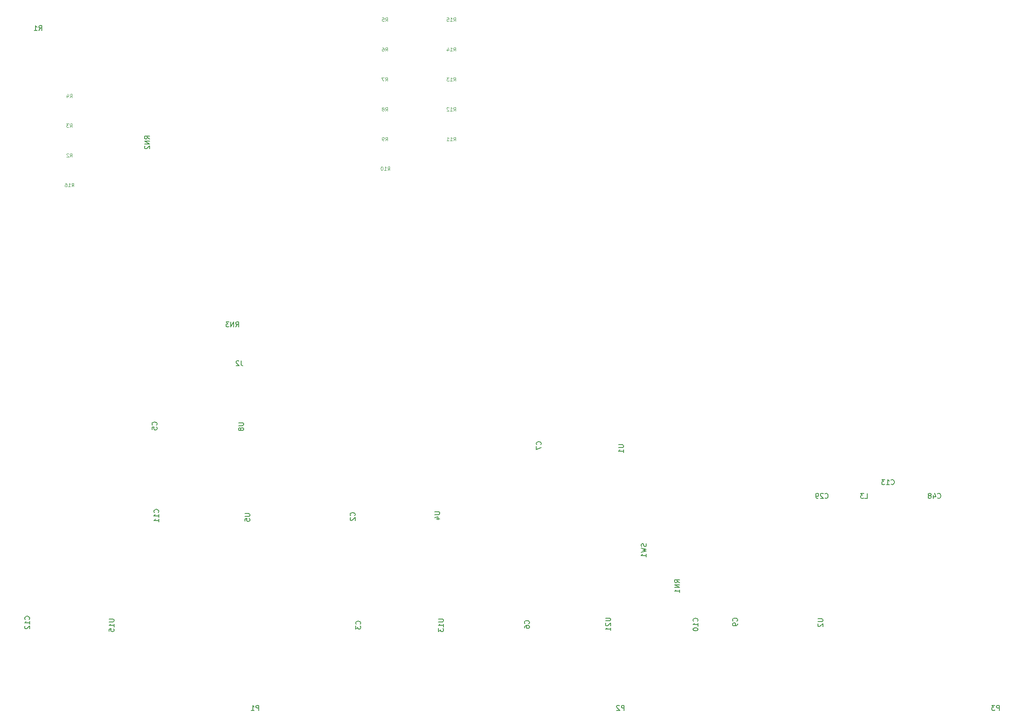
<source format=gbr>
%TF.GenerationSoftware,KiCad,Pcbnew,7.0.1*%
%TF.CreationDate,2024-12-08T14:30:23-06:00*%
%TF.ProjectId,input-output.MappedVideo,696e7075-742d-46f7-9574-7075742e4d61,V0.8*%
%TF.SameCoordinates,Original*%
%TF.FileFunction,Legend,Bot*%
%TF.FilePolarity,Positive*%
%FSLAX46Y46*%
G04 Gerber Fmt 4.6, Leading zero omitted, Abs format (unit mm)*
G04 Created by KiCad (PCBNEW 7.0.1) date 2024-12-08 14:30:23*
%MOMM*%
%LPD*%
G01*
G04 APERTURE LIST*
%ADD10C,0.150000*%
%ADD11C,0.108000*%
G04 APERTURE END LIST*
D10*
%TO.C,C12*%
X66228380Y-208021142D02*
X66276000Y-207973523D01*
X66276000Y-207973523D02*
X66323619Y-207830666D01*
X66323619Y-207830666D02*
X66323619Y-207735428D01*
X66323619Y-207735428D02*
X66276000Y-207592571D01*
X66276000Y-207592571D02*
X66180761Y-207497333D01*
X66180761Y-207497333D02*
X66085523Y-207449714D01*
X66085523Y-207449714D02*
X65895047Y-207402095D01*
X65895047Y-207402095D02*
X65752190Y-207402095D01*
X65752190Y-207402095D02*
X65561714Y-207449714D01*
X65561714Y-207449714D02*
X65466476Y-207497333D01*
X65466476Y-207497333D02*
X65371238Y-207592571D01*
X65371238Y-207592571D02*
X65323619Y-207735428D01*
X65323619Y-207735428D02*
X65323619Y-207830666D01*
X65323619Y-207830666D02*
X65371238Y-207973523D01*
X65371238Y-207973523D02*
X65418857Y-208021142D01*
X66323619Y-208973523D02*
X66323619Y-208402095D01*
X66323619Y-208687809D02*
X65323619Y-208687809D01*
X65323619Y-208687809D02*
X65466476Y-208592571D01*
X65466476Y-208592571D02*
X65561714Y-208497333D01*
X65561714Y-208497333D02*
X65609333Y-208402095D01*
X65418857Y-209354476D02*
X65371238Y-209402095D01*
X65371238Y-209402095D02*
X65323619Y-209497333D01*
X65323619Y-209497333D02*
X65323619Y-209735428D01*
X65323619Y-209735428D02*
X65371238Y-209830666D01*
X65371238Y-209830666D02*
X65418857Y-209878285D01*
X65418857Y-209878285D02*
X65514095Y-209925904D01*
X65514095Y-209925904D02*
X65609333Y-209925904D01*
X65609333Y-209925904D02*
X65752190Y-209878285D01*
X65752190Y-209878285D02*
X66323619Y-209306857D01*
X66323619Y-209306857D02*
X66323619Y-209925904D01*
%TO.C,U8*%
X108630619Y-168151095D02*
X109440142Y-168151095D01*
X109440142Y-168151095D02*
X109535380Y-168198714D01*
X109535380Y-168198714D02*
X109583000Y-168246333D01*
X109583000Y-168246333D02*
X109630619Y-168341571D01*
X109630619Y-168341571D02*
X109630619Y-168532047D01*
X109630619Y-168532047D02*
X109583000Y-168627285D01*
X109583000Y-168627285D02*
X109535380Y-168674904D01*
X109535380Y-168674904D02*
X109440142Y-168722523D01*
X109440142Y-168722523D02*
X108630619Y-168722523D01*
X109059190Y-169341571D02*
X109011571Y-169246333D01*
X109011571Y-169246333D02*
X108963952Y-169198714D01*
X108963952Y-169198714D02*
X108868714Y-169151095D01*
X108868714Y-169151095D02*
X108821095Y-169151095D01*
X108821095Y-169151095D02*
X108725857Y-169198714D01*
X108725857Y-169198714D02*
X108678238Y-169246333D01*
X108678238Y-169246333D02*
X108630619Y-169341571D01*
X108630619Y-169341571D02*
X108630619Y-169532047D01*
X108630619Y-169532047D02*
X108678238Y-169627285D01*
X108678238Y-169627285D02*
X108725857Y-169674904D01*
X108725857Y-169674904D02*
X108821095Y-169722523D01*
X108821095Y-169722523D02*
X108868714Y-169722523D01*
X108868714Y-169722523D02*
X108963952Y-169674904D01*
X108963952Y-169674904D02*
X109011571Y-169627285D01*
X109011571Y-169627285D02*
X109059190Y-169532047D01*
X109059190Y-169532047D02*
X109059190Y-169341571D01*
X109059190Y-169341571D02*
X109106809Y-169246333D01*
X109106809Y-169246333D02*
X109154428Y-169198714D01*
X109154428Y-169198714D02*
X109249666Y-169151095D01*
X109249666Y-169151095D02*
X109440142Y-169151095D01*
X109440142Y-169151095D02*
X109535380Y-169198714D01*
X109535380Y-169198714D02*
X109583000Y-169246333D01*
X109583000Y-169246333D02*
X109630619Y-169341571D01*
X109630619Y-169341571D02*
X109630619Y-169532047D01*
X109630619Y-169532047D02*
X109583000Y-169627285D01*
X109583000Y-169627285D02*
X109535380Y-169674904D01*
X109535380Y-169674904D02*
X109440142Y-169722523D01*
X109440142Y-169722523D02*
X109249666Y-169722523D01*
X109249666Y-169722523D02*
X109154428Y-169674904D01*
X109154428Y-169674904D02*
X109106809Y-169627285D01*
X109106809Y-169627285D02*
X109059190Y-169532047D01*
%TO.C,U5*%
X109900619Y-186566095D02*
X110710142Y-186566095D01*
X110710142Y-186566095D02*
X110805380Y-186613714D01*
X110805380Y-186613714D02*
X110853000Y-186661333D01*
X110853000Y-186661333D02*
X110900619Y-186756571D01*
X110900619Y-186756571D02*
X110900619Y-186947047D01*
X110900619Y-186947047D02*
X110853000Y-187042285D01*
X110853000Y-187042285D02*
X110805380Y-187089904D01*
X110805380Y-187089904D02*
X110710142Y-187137523D01*
X110710142Y-187137523D02*
X109900619Y-187137523D01*
X109900619Y-188089904D02*
X109900619Y-187613714D01*
X109900619Y-187613714D02*
X110376809Y-187566095D01*
X110376809Y-187566095D02*
X110329190Y-187613714D01*
X110329190Y-187613714D02*
X110281571Y-187708952D01*
X110281571Y-187708952D02*
X110281571Y-187947047D01*
X110281571Y-187947047D02*
X110329190Y-188042285D01*
X110329190Y-188042285D02*
X110376809Y-188089904D01*
X110376809Y-188089904D02*
X110472047Y-188137523D01*
X110472047Y-188137523D02*
X110710142Y-188137523D01*
X110710142Y-188137523D02*
X110805380Y-188089904D01*
X110805380Y-188089904D02*
X110853000Y-188042285D01*
X110853000Y-188042285D02*
X110900619Y-187947047D01*
X110900619Y-187947047D02*
X110900619Y-187708952D01*
X110900619Y-187708952D02*
X110853000Y-187613714D01*
X110853000Y-187613714D02*
X110805380Y-187566095D01*
%TO.C,U4*%
X148381619Y-186185095D02*
X149191142Y-186185095D01*
X149191142Y-186185095D02*
X149286380Y-186232714D01*
X149286380Y-186232714D02*
X149334000Y-186280333D01*
X149334000Y-186280333D02*
X149381619Y-186375571D01*
X149381619Y-186375571D02*
X149381619Y-186566047D01*
X149381619Y-186566047D02*
X149334000Y-186661285D01*
X149334000Y-186661285D02*
X149286380Y-186708904D01*
X149286380Y-186708904D02*
X149191142Y-186756523D01*
X149191142Y-186756523D02*
X148381619Y-186756523D01*
X148714952Y-187661285D02*
X149381619Y-187661285D01*
X148334000Y-187423190D02*
X149048285Y-187185095D01*
X149048285Y-187185095D02*
X149048285Y-187804142D01*
%TO.C,U2*%
X225978619Y-207902095D02*
X226788142Y-207902095D01*
X226788142Y-207902095D02*
X226883380Y-207949714D01*
X226883380Y-207949714D02*
X226931000Y-207997333D01*
X226931000Y-207997333D02*
X226978619Y-208092571D01*
X226978619Y-208092571D02*
X226978619Y-208283047D01*
X226978619Y-208283047D02*
X226931000Y-208378285D01*
X226931000Y-208378285D02*
X226883380Y-208425904D01*
X226883380Y-208425904D02*
X226788142Y-208473523D01*
X226788142Y-208473523D02*
X225978619Y-208473523D01*
X226073857Y-208902095D02*
X226026238Y-208949714D01*
X226026238Y-208949714D02*
X225978619Y-209044952D01*
X225978619Y-209044952D02*
X225978619Y-209283047D01*
X225978619Y-209283047D02*
X226026238Y-209378285D01*
X226026238Y-209378285D02*
X226073857Y-209425904D01*
X226073857Y-209425904D02*
X226169095Y-209473523D01*
X226169095Y-209473523D02*
X226264333Y-209473523D01*
X226264333Y-209473523D02*
X226407190Y-209425904D01*
X226407190Y-209425904D02*
X226978619Y-208854476D01*
X226978619Y-208854476D02*
X226978619Y-209473523D01*
%TO.C,U1*%
X185592619Y-172596095D02*
X186402142Y-172596095D01*
X186402142Y-172596095D02*
X186497380Y-172643714D01*
X186497380Y-172643714D02*
X186545000Y-172691333D01*
X186545000Y-172691333D02*
X186592619Y-172786571D01*
X186592619Y-172786571D02*
X186592619Y-172977047D01*
X186592619Y-172977047D02*
X186545000Y-173072285D01*
X186545000Y-173072285D02*
X186497380Y-173119904D01*
X186497380Y-173119904D02*
X186402142Y-173167523D01*
X186402142Y-173167523D02*
X185592619Y-173167523D01*
X186592619Y-174167523D02*
X186592619Y-173596095D01*
X186592619Y-173881809D02*
X185592619Y-173881809D01*
X185592619Y-173881809D02*
X185735476Y-173786571D01*
X185735476Y-173786571D02*
X185830714Y-173691333D01*
X185830714Y-173691333D02*
X185878333Y-173596095D01*
%TO.C,RN3*%
X108080476Y-148674619D02*
X108413809Y-148198428D01*
X108651904Y-148674619D02*
X108651904Y-147674619D01*
X108651904Y-147674619D02*
X108270952Y-147674619D01*
X108270952Y-147674619D02*
X108175714Y-147722238D01*
X108175714Y-147722238D02*
X108128095Y-147769857D01*
X108128095Y-147769857D02*
X108080476Y-147865095D01*
X108080476Y-147865095D02*
X108080476Y-148007952D01*
X108080476Y-148007952D02*
X108128095Y-148103190D01*
X108128095Y-148103190D02*
X108175714Y-148150809D01*
X108175714Y-148150809D02*
X108270952Y-148198428D01*
X108270952Y-148198428D02*
X108651904Y-148198428D01*
X107651904Y-148674619D02*
X107651904Y-147674619D01*
X107651904Y-147674619D02*
X107080476Y-148674619D01*
X107080476Y-148674619D02*
X107080476Y-147674619D01*
X106699523Y-147674619D02*
X106080476Y-147674619D01*
X106080476Y-147674619D02*
X106413809Y-148055571D01*
X106413809Y-148055571D02*
X106270952Y-148055571D01*
X106270952Y-148055571D02*
X106175714Y-148103190D01*
X106175714Y-148103190D02*
X106128095Y-148150809D01*
X106128095Y-148150809D02*
X106080476Y-148246047D01*
X106080476Y-148246047D02*
X106080476Y-148484142D01*
X106080476Y-148484142D02*
X106128095Y-148579380D01*
X106128095Y-148579380D02*
X106175714Y-148627000D01*
X106175714Y-148627000D02*
X106270952Y-148674619D01*
X106270952Y-148674619D02*
X106556666Y-148674619D01*
X106556666Y-148674619D02*
X106651904Y-148627000D01*
X106651904Y-148627000D02*
X106699523Y-148579380D01*
%TO.C,RN2*%
X90580619Y-110564523D02*
X90104428Y-110231190D01*
X90580619Y-109993095D02*
X89580619Y-109993095D01*
X89580619Y-109993095D02*
X89580619Y-110374047D01*
X89580619Y-110374047D02*
X89628238Y-110469285D01*
X89628238Y-110469285D02*
X89675857Y-110516904D01*
X89675857Y-110516904D02*
X89771095Y-110564523D01*
X89771095Y-110564523D02*
X89913952Y-110564523D01*
X89913952Y-110564523D02*
X90009190Y-110516904D01*
X90009190Y-110516904D02*
X90056809Y-110469285D01*
X90056809Y-110469285D02*
X90104428Y-110374047D01*
X90104428Y-110374047D02*
X90104428Y-109993095D01*
X90580619Y-110993095D02*
X89580619Y-110993095D01*
X89580619Y-110993095D02*
X90580619Y-111564523D01*
X90580619Y-111564523D02*
X89580619Y-111564523D01*
X89675857Y-111993095D02*
X89628238Y-112040714D01*
X89628238Y-112040714D02*
X89580619Y-112135952D01*
X89580619Y-112135952D02*
X89580619Y-112374047D01*
X89580619Y-112374047D02*
X89628238Y-112469285D01*
X89628238Y-112469285D02*
X89675857Y-112516904D01*
X89675857Y-112516904D02*
X89771095Y-112564523D01*
X89771095Y-112564523D02*
X89866333Y-112564523D01*
X89866333Y-112564523D02*
X90009190Y-112516904D01*
X90009190Y-112516904D02*
X90580619Y-111945476D01*
X90580619Y-111945476D02*
X90580619Y-112564523D01*
D11*
%TO.C,R16*%
X74832856Y-120270185D02*
X75072856Y-119927328D01*
X75244285Y-120270185D02*
X75244285Y-119550185D01*
X75244285Y-119550185D02*
X74969999Y-119550185D01*
X74969999Y-119550185D02*
X74901428Y-119584471D01*
X74901428Y-119584471D02*
X74867142Y-119618757D01*
X74867142Y-119618757D02*
X74832856Y-119687328D01*
X74832856Y-119687328D02*
X74832856Y-119790185D01*
X74832856Y-119790185D02*
X74867142Y-119858757D01*
X74867142Y-119858757D02*
X74901428Y-119893042D01*
X74901428Y-119893042D02*
X74969999Y-119927328D01*
X74969999Y-119927328D02*
X75244285Y-119927328D01*
X74147142Y-120270185D02*
X74558571Y-120270185D01*
X74352856Y-120270185D02*
X74352856Y-119550185D01*
X74352856Y-119550185D02*
X74421428Y-119653042D01*
X74421428Y-119653042D02*
X74489999Y-119721614D01*
X74489999Y-119721614D02*
X74558571Y-119755900D01*
X73530000Y-119550185D02*
X73667142Y-119550185D01*
X73667142Y-119550185D02*
X73735714Y-119584471D01*
X73735714Y-119584471D02*
X73770000Y-119618757D01*
X73770000Y-119618757D02*
X73838571Y-119721614D01*
X73838571Y-119721614D02*
X73872857Y-119858757D01*
X73872857Y-119858757D02*
X73872857Y-120133042D01*
X73872857Y-120133042D02*
X73838571Y-120201614D01*
X73838571Y-120201614D02*
X73804285Y-120235900D01*
X73804285Y-120235900D02*
X73735714Y-120270185D01*
X73735714Y-120270185D02*
X73598571Y-120270185D01*
X73598571Y-120270185D02*
X73530000Y-120235900D01*
X73530000Y-120235900D02*
X73495714Y-120201614D01*
X73495714Y-120201614D02*
X73461428Y-120133042D01*
X73461428Y-120133042D02*
X73461428Y-119961614D01*
X73461428Y-119961614D02*
X73495714Y-119893042D01*
X73495714Y-119893042D02*
X73530000Y-119858757D01*
X73530000Y-119858757D02*
X73598571Y-119824471D01*
X73598571Y-119824471D02*
X73735714Y-119824471D01*
X73735714Y-119824471D02*
X73804285Y-119858757D01*
X73804285Y-119858757D02*
X73838571Y-119893042D01*
X73838571Y-119893042D02*
X73872857Y-119961614D01*
%TO.C,R15*%
X152175856Y-86696085D02*
X152415856Y-86353228D01*
X152587285Y-86696085D02*
X152587285Y-85976085D01*
X152587285Y-85976085D02*
X152312999Y-85976085D01*
X152312999Y-85976085D02*
X152244428Y-86010371D01*
X152244428Y-86010371D02*
X152210142Y-86044657D01*
X152210142Y-86044657D02*
X152175856Y-86113228D01*
X152175856Y-86113228D02*
X152175856Y-86216085D01*
X152175856Y-86216085D02*
X152210142Y-86284657D01*
X152210142Y-86284657D02*
X152244428Y-86318942D01*
X152244428Y-86318942D02*
X152312999Y-86353228D01*
X152312999Y-86353228D02*
X152587285Y-86353228D01*
X151490142Y-86696085D02*
X151901571Y-86696085D01*
X151695856Y-86696085D02*
X151695856Y-85976085D01*
X151695856Y-85976085D02*
X151764428Y-86078942D01*
X151764428Y-86078942D02*
X151832999Y-86147514D01*
X151832999Y-86147514D02*
X151901571Y-86181800D01*
X150838714Y-85976085D02*
X151181571Y-85976085D01*
X151181571Y-85976085D02*
X151215857Y-86318942D01*
X151215857Y-86318942D02*
X151181571Y-86284657D01*
X151181571Y-86284657D02*
X151113000Y-86250371D01*
X151113000Y-86250371D02*
X150941571Y-86250371D01*
X150941571Y-86250371D02*
X150873000Y-86284657D01*
X150873000Y-86284657D02*
X150838714Y-86318942D01*
X150838714Y-86318942D02*
X150804428Y-86387514D01*
X150804428Y-86387514D02*
X150804428Y-86558942D01*
X150804428Y-86558942D02*
X150838714Y-86627514D01*
X150838714Y-86627514D02*
X150873000Y-86661800D01*
X150873000Y-86661800D02*
X150941571Y-86696085D01*
X150941571Y-86696085D02*
X151113000Y-86696085D01*
X151113000Y-86696085D02*
X151181571Y-86661800D01*
X151181571Y-86661800D02*
X151215857Y-86627514D01*
%TO.C,R14*%
X152175856Y-92760285D02*
X152415856Y-92417428D01*
X152587285Y-92760285D02*
X152587285Y-92040285D01*
X152587285Y-92040285D02*
X152312999Y-92040285D01*
X152312999Y-92040285D02*
X152244428Y-92074571D01*
X152244428Y-92074571D02*
X152210142Y-92108857D01*
X152210142Y-92108857D02*
X152175856Y-92177428D01*
X152175856Y-92177428D02*
X152175856Y-92280285D01*
X152175856Y-92280285D02*
X152210142Y-92348857D01*
X152210142Y-92348857D02*
X152244428Y-92383142D01*
X152244428Y-92383142D02*
X152312999Y-92417428D01*
X152312999Y-92417428D02*
X152587285Y-92417428D01*
X151490142Y-92760285D02*
X151901571Y-92760285D01*
X151695856Y-92760285D02*
X151695856Y-92040285D01*
X151695856Y-92040285D02*
X151764428Y-92143142D01*
X151764428Y-92143142D02*
X151832999Y-92211714D01*
X151832999Y-92211714D02*
X151901571Y-92246000D01*
X150873000Y-92280285D02*
X150873000Y-92760285D01*
X151044428Y-92006000D02*
X151215857Y-92520285D01*
X151215857Y-92520285D02*
X150770142Y-92520285D01*
%TO.C,R13*%
X152175856Y-98824585D02*
X152415856Y-98481728D01*
X152587285Y-98824585D02*
X152587285Y-98104585D01*
X152587285Y-98104585D02*
X152312999Y-98104585D01*
X152312999Y-98104585D02*
X152244428Y-98138871D01*
X152244428Y-98138871D02*
X152210142Y-98173157D01*
X152210142Y-98173157D02*
X152175856Y-98241728D01*
X152175856Y-98241728D02*
X152175856Y-98344585D01*
X152175856Y-98344585D02*
X152210142Y-98413157D01*
X152210142Y-98413157D02*
X152244428Y-98447442D01*
X152244428Y-98447442D02*
X152312999Y-98481728D01*
X152312999Y-98481728D02*
X152587285Y-98481728D01*
X151490142Y-98824585D02*
X151901571Y-98824585D01*
X151695856Y-98824585D02*
X151695856Y-98104585D01*
X151695856Y-98104585D02*
X151764428Y-98207442D01*
X151764428Y-98207442D02*
X151832999Y-98276014D01*
X151832999Y-98276014D02*
X151901571Y-98310300D01*
X151250142Y-98104585D02*
X150804428Y-98104585D01*
X150804428Y-98104585D02*
X151044428Y-98378871D01*
X151044428Y-98378871D02*
X150941571Y-98378871D01*
X150941571Y-98378871D02*
X150873000Y-98413157D01*
X150873000Y-98413157D02*
X150838714Y-98447442D01*
X150838714Y-98447442D02*
X150804428Y-98516014D01*
X150804428Y-98516014D02*
X150804428Y-98687442D01*
X150804428Y-98687442D02*
X150838714Y-98756014D01*
X150838714Y-98756014D02*
X150873000Y-98790300D01*
X150873000Y-98790300D02*
X150941571Y-98824585D01*
X150941571Y-98824585D02*
X151147285Y-98824585D01*
X151147285Y-98824585D02*
X151215857Y-98790300D01*
X151215857Y-98790300D02*
X151250142Y-98756014D01*
%TO.C,R12*%
X152175856Y-104888785D02*
X152415856Y-104545928D01*
X152587285Y-104888785D02*
X152587285Y-104168785D01*
X152587285Y-104168785D02*
X152312999Y-104168785D01*
X152312999Y-104168785D02*
X152244428Y-104203071D01*
X152244428Y-104203071D02*
X152210142Y-104237357D01*
X152210142Y-104237357D02*
X152175856Y-104305928D01*
X152175856Y-104305928D02*
X152175856Y-104408785D01*
X152175856Y-104408785D02*
X152210142Y-104477357D01*
X152210142Y-104477357D02*
X152244428Y-104511642D01*
X152244428Y-104511642D02*
X152312999Y-104545928D01*
X152312999Y-104545928D02*
X152587285Y-104545928D01*
X151490142Y-104888785D02*
X151901571Y-104888785D01*
X151695856Y-104888785D02*
X151695856Y-104168785D01*
X151695856Y-104168785D02*
X151764428Y-104271642D01*
X151764428Y-104271642D02*
X151832999Y-104340214D01*
X151832999Y-104340214D02*
X151901571Y-104374500D01*
X151215857Y-104237357D02*
X151181571Y-104203071D01*
X151181571Y-104203071D02*
X151113000Y-104168785D01*
X151113000Y-104168785D02*
X150941571Y-104168785D01*
X150941571Y-104168785D02*
X150873000Y-104203071D01*
X150873000Y-104203071D02*
X150838714Y-104237357D01*
X150838714Y-104237357D02*
X150804428Y-104305928D01*
X150804428Y-104305928D02*
X150804428Y-104374500D01*
X150804428Y-104374500D02*
X150838714Y-104477357D01*
X150838714Y-104477357D02*
X151250142Y-104888785D01*
X151250142Y-104888785D02*
X150804428Y-104888785D01*
%TO.C,R11*%
X152175856Y-110953085D02*
X152415856Y-110610228D01*
X152587285Y-110953085D02*
X152587285Y-110233085D01*
X152587285Y-110233085D02*
X152312999Y-110233085D01*
X152312999Y-110233085D02*
X152244428Y-110267371D01*
X152244428Y-110267371D02*
X152210142Y-110301657D01*
X152210142Y-110301657D02*
X152175856Y-110370228D01*
X152175856Y-110370228D02*
X152175856Y-110473085D01*
X152175856Y-110473085D02*
X152210142Y-110541657D01*
X152210142Y-110541657D02*
X152244428Y-110575942D01*
X152244428Y-110575942D02*
X152312999Y-110610228D01*
X152312999Y-110610228D02*
X152587285Y-110610228D01*
X151490142Y-110953085D02*
X151901571Y-110953085D01*
X151695856Y-110953085D02*
X151695856Y-110233085D01*
X151695856Y-110233085D02*
X151764428Y-110335942D01*
X151764428Y-110335942D02*
X151832999Y-110404514D01*
X151832999Y-110404514D02*
X151901571Y-110438800D01*
X150804428Y-110953085D02*
X151215857Y-110953085D01*
X151010142Y-110953085D02*
X151010142Y-110233085D01*
X151010142Y-110233085D02*
X151078714Y-110335942D01*
X151078714Y-110335942D02*
X151147285Y-110404514D01*
X151147285Y-110404514D02*
X151215857Y-110438800D01*
%TO.C,R10*%
X138840856Y-116922085D02*
X139080856Y-116579228D01*
X139252285Y-116922085D02*
X139252285Y-116202085D01*
X139252285Y-116202085D02*
X138977999Y-116202085D01*
X138977999Y-116202085D02*
X138909428Y-116236371D01*
X138909428Y-116236371D02*
X138875142Y-116270657D01*
X138875142Y-116270657D02*
X138840856Y-116339228D01*
X138840856Y-116339228D02*
X138840856Y-116442085D01*
X138840856Y-116442085D02*
X138875142Y-116510657D01*
X138875142Y-116510657D02*
X138909428Y-116544942D01*
X138909428Y-116544942D02*
X138977999Y-116579228D01*
X138977999Y-116579228D02*
X139252285Y-116579228D01*
X138155142Y-116922085D02*
X138566571Y-116922085D01*
X138360856Y-116922085D02*
X138360856Y-116202085D01*
X138360856Y-116202085D02*
X138429428Y-116304942D01*
X138429428Y-116304942D02*
X138497999Y-116373514D01*
X138497999Y-116373514D02*
X138566571Y-116407800D01*
X137709428Y-116202085D02*
X137640857Y-116202085D01*
X137640857Y-116202085D02*
X137572285Y-116236371D01*
X137572285Y-116236371D02*
X137538000Y-116270657D01*
X137538000Y-116270657D02*
X137503714Y-116339228D01*
X137503714Y-116339228D02*
X137469428Y-116476371D01*
X137469428Y-116476371D02*
X137469428Y-116647800D01*
X137469428Y-116647800D02*
X137503714Y-116784942D01*
X137503714Y-116784942D02*
X137538000Y-116853514D01*
X137538000Y-116853514D02*
X137572285Y-116887800D01*
X137572285Y-116887800D02*
X137640857Y-116922085D01*
X137640857Y-116922085D02*
X137709428Y-116922085D01*
X137709428Y-116922085D02*
X137778000Y-116887800D01*
X137778000Y-116887800D02*
X137812285Y-116853514D01*
X137812285Y-116853514D02*
X137846571Y-116784942D01*
X137846571Y-116784942D02*
X137880857Y-116647800D01*
X137880857Y-116647800D02*
X137880857Y-116476371D01*
X137880857Y-116476371D02*
X137846571Y-116339228D01*
X137846571Y-116339228D02*
X137812285Y-116270657D01*
X137812285Y-116270657D02*
X137778000Y-116236371D01*
X137778000Y-116236371D02*
X137709428Y-116202085D01*
%TO.C,R9*%
X138370999Y-110953085D02*
X138610999Y-110610228D01*
X138782428Y-110953085D02*
X138782428Y-110233085D01*
X138782428Y-110233085D02*
X138508142Y-110233085D01*
X138508142Y-110233085D02*
X138439571Y-110267371D01*
X138439571Y-110267371D02*
X138405285Y-110301657D01*
X138405285Y-110301657D02*
X138370999Y-110370228D01*
X138370999Y-110370228D02*
X138370999Y-110473085D01*
X138370999Y-110473085D02*
X138405285Y-110541657D01*
X138405285Y-110541657D02*
X138439571Y-110575942D01*
X138439571Y-110575942D02*
X138508142Y-110610228D01*
X138508142Y-110610228D02*
X138782428Y-110610228D01*
X138028142Y-110953085D02*
X137890999Y-110953085D01*
X137890999Y-110953085D02*
X137822428Y-110918800D01*
X137822428Y-110918800D02*
X137788142Y-110884514D01*
X137788142Y-110884514D02*
X137719571Y-110781657D01*
X137719571Y-110781657D02*
X137685285Y-110644514D01*
X137685285Y-110644514D02*
X137685285Y-110370228D01*
X137685285Y-110370228D02*
X137719571Y-110301657D01*
X137719571Y-110301657D02*
X137753857Y-110267371D01*
X137753857Y-110267371D02*
X137822428Y-110233085D01*
X137822428Y-110233085D02*
X137959571Y-110233085D01*
X137959571Y-110233085D02*
X138028142Y-110267371D01*
X138028142Y-110267371D02*
X138062428Y-110301657D01*
X138062428Y-110301657D02*
X138096714Y-110370228D01*
X138096714Y-110370228D02*
X138096714Y-110541657D01*
X138096714Y-110541657D02*
X138062428Y-110610228D01*
X138062428Y-110610228D02*
X138028142Y-110644514D01*
X138028142Y-110644514D02*
X137959571Y-110678800D01*
X137959571Y-110678800D02*
X137822428Y-110678800D01*
X137822428Y-110678800D02*
X137753857Y-110644514D01*
X137753857Y-110644514D02*
X137719571Y-110610228D01*
X137719571Y-110610228D02*
X137685285Y-110541657D01*
%TO.C,R8*%
X138370999Y-104888785D02*
X138610999Y-104545928D01*
X138782428Y-104888785D02*
X138782428Y-104168785D01*
X138782428Y-104168785D02*
X138508142Y-104168785D01*
X138508142Y-104168785D02*
X138439571Y-104203071D01*
X138439571Y-104203071D02*
X138405285Y-104237357D01*
X138405285Y-104237357D02*
X138370999Y-104305928D01*
X138370999Y-104305928D02*
X138370999Y-104408785D01*
X138370999Y-104408785D02*
X138405285Y-104477357D01*
X138405285Y-104477357D02*
X138439571Y-104511642D01*
X138439571Y-104511642D02*
X138508142Y-104545928D01*
X138508142Y-104545928D02*
X138782428Y-104545928D01*
X137959571Y-104477357D02*
X138028142Y-104443071D01*
X138028142Y-104443071D02*
X138062428Y-104408785D01*
X138062428Y-104408785D02*
X138096714Y-104340214D01*
X138096714Y-104340214D02*
X138096714Y-104305928D01*
X138096714Y-104305928D02*
X138062428Y-104237357D01*
X138062428Y-104237357D02*
X138028142Y-104203071D01*
X138028142Y-104203071D02*
X137959571Y-104168785D01*
X137959571Y-104168785D02*
X137822428Y-104168785D01*
X137822428Y-104168785D02*
X137753857Y-104203071D01*
X137753857Y-104203071D02*
X137719571Y-104237357D01*
X137719571Y-104237357D02*
X137685285Y-104305928D01*
X137685285Y-104305928D02*
X137685285Y-104340214D01*
X137685285Y-104340214D02*
X137719571Y-104408785D01*
X137719571Y-104408785D02*
X137753857Y-104443071D01*
X137753857Y-104443071D02*
X137822428Y-104477357D01*
X137822428Y-104477357D02*
X137959571Y-104477357D01*
X137959571Y-104477357D02*
X138028142Y-104511642D01*
X138028142Y-104511642D02*
X138062428Y-104545928D01*
X138062428Y-104545928D02*
X138096714Y-104614500D01*
X138096714Y-104614500D02*
X138096714Y-104751642D01*
X138096714Y-104751642D02*
X138062428Y-104820214D01*
X138062428Y-104820214D02*
X138028142Y-104854500D01*
X138028142Y-104854500D02*
X137959571Y-104888785D01*
X137959571Y-104888785D02*
X137822428Y-104888785D01*
X137822428Y-104888785D02*
X137753857Y-104854500D01*
X137753857Y-104854500D02*
X137719571Y-104820214D01*
X137719571Y-104820214D02*
X137685285Y-104751642D01*
X137685285Y-104751642D02*
X137685285Y-104614500D01*
X137685285Y-104614500D02*
X137719571Y-104545928D01*
X137719571Y-104545928D02*
X137753857Y-104511642D01*
X137753857Y-104511642D02*
X137822428Y-104477357D01*
%TO.C,R7*%
X138370999Y-98824585D02*
X138610999Y-98481728D01*
X138782428Y-98824585D02*
X138782428Y-98104585D01*
X138782428Y-98104585D02*
X138508142Y-98104585D01*
X138508142Y-98104585D02*
X138439571Y-98138871D01*
X138439571Y-98138871D02*
X138405285Y-98173157D01*
X138405285Y-98173157D02*
X138370999Y-98241728D01*
X138370999Y-98241728D02*
X138370999Y-98344585D01*
X138370999Y-98344585D02*
X138405285Y-98413157D01*
X138405285Y-98413157D02*
X138439571Y-98447442D01*
X138439571Y-98447442D02*
X138508142Y-98481728D01*
X138508142Y-98481728D02*
X138782428Y-98481728D01*
X138130999Y-98104585D02*
X137650999Y-98104585D01*
X137650999Y-98104585D02*
X137959571Y-98824585D01*
%TO.C,R6*%
X138370999Y-92760285D02*
X138610999Y-92417428D01*
X138782428Y-92760285D02*
X138782428Y-92040285D01*
X138782428Y-92040285D02*
X138508142Y-92040285D01*
X138508142Y-92040285D02*
X138439571Y-92074571D01*
X138439571Y-92074571D02*
X138405285Y-92108857D01*
X138405285Y-92108857D02*
X138370999Y-92177428D01*
X138370999Y-92177428D02*
X138370999Y-92280285D01*
X138370999Y-92280285D02*
X138405285Y-92348857D01*
X138405285Y-92348857D02*
X138439571Y-92383142D01*
X138439571Y-92383142D02*
X138508142Y-92417428D01*
X138508142Y-92417428D02*
X138782428Y-92417428D01*
X137753857Y-92040285D02*
X137890999Y-92040285D01*
X137890999Y-92040285D02*
X137959571Y-92074571D01*
X137959571Y-92074571D02*
X137993857Y-92108857D01*
X137993857Y-92108857D02*
X138062428Y-92211714D01*
X138062428Y-92211714D02*
X138096714Y-92348857D01*
X138096714Y-92348857D02*
X138096714Y-92623142D01*
X138096714Y-92623142D02*
X138062428Y-92691714D01*
X138062428Y-92691714D02*
X138028142Y-92726000D01*
X138028142Y-92726000D02*
X137959571Y-92760285D01*
X137959571Y-92760285D02*
X137822428Y-92760285D01*
X137822428Y-92760285D02*
X137753857Y-92726000D01*
X137753857Y-92726000D02*
X137719571Y-92691714D01*
X137719571Y-92691714D02*
X137685285Y-92623142D01*
X137685285Y-92623142D02*
X137685285Y-92451714D01*
X137685285Y-92451714D02*
X137719571Y-92383142D01*
X137719571Y-92383142D02*
X137753857Y-92348857D01*
X137753857Y-92348857D02*
X137822428Y-92314571D01*
X137822428Y-92314571D02*
X137959571Y-92314571D01*
X137959571Y-92314571D02*
X138028142Y-92348857D01*
X138028142Y-92348857D02*
X138062428Y-92383142D01*
X138062428Y-92383142D02*
X138096714Y-92451714D01*
%TO.C,R5*%
X138370999Y-86696085D02*
X138610999Y-86353228D01*
X138782428Y-86696085D02*
X138782428Y-85976085D01*
X138782428Y-85976085D02*
X138508142Y-85976085D01*
X138508142Y-85976085D02*
X138439571Y-86010371D01*
X138439571Y-86010371D02*
X138405285Y-86044657D01*
X138405285Y-86044657D02*
X138370999Y-86113228D01*
X138370999Y-86113228D02*
X138370999Y-86216085D01*
X138370999Y-86216085D02*
X138405285Y-86284657D01*
X138405285Y-86284657D02*
X138439571Y-86318942D01*
X138439571Y-86318942D02*
X138508142Y-86353228D01*
X138508142Y-86353228D02*
X138782428Y-86353228D01*
X137719571Y-85976085D02*
X138062428Y-85976085D01*
X138062428Y-85976085D02*
X138096714Y-86318942D01*
X138096714Y-86318942D02*
X138062428Y-86284657D01*
X138062428Y-86284657D02*
X137993857Y-86250371D01*
X137993857Y-86250371D02*
X137822428Y-86250371D01*
X137822428Y-86250371D02*
X137753857Y-86284657D01*
X137753857Y-86284657D02*
X137719571Y-86318942D01*
X137719571Y-86318942D02*
X137685285Y-86387514D01*
X137685285Y-86387514D02*
X137685285Y-86558942D01*
X137685285Y-86558942D02*
X137719571Y-86627514D01*
X137719571Y-86627514D02*
X137753857Y-86661800D01*
X137753857Y-86661800D02*
X137822428Y-86696085D01*
X137822428Y-86696085D02*
X137993857Y-86696085D01*
X137993857Y-86696085D02*
X138062428Y-86661800D01*
X138062428Y-86661800D02*
X138096714Y-86627514D01*
%TO.C,R4*%
X74489999Y-102190085D02*
X74729999Y-101847228D01*
X74901428Y-102190085D02*
X74901428Y-101470085D01*
X74901428Y-101470085D02*
X74627142Y-101470085D01*
X74627142Y-101470085D02*
X74558571Y-101504371D01*
X74558571Y-101504371D02*
X74524285Y-101538657D01*
X74524285Y-101538657D02*
X74489999Y-101607228D01*
X74489999Y-101607228D02*
X74489999Y-101710085D01*
X74489999Y-101710085D02*
X74524285Y-101778657D01*
X74524285Y-101778657D02*
X74558571Y-101812942D01*
X74558571Y-101812942D02*
X74627142Y-101847228D01*
X74627142Y-101847228D02*
X74901428Y-101847228D01*
X73872857Y-101710085D02*
X73872857Y-102190085D01*
X74044285Y-101435800D02*
X74215714Y-101950085D01*
X74215714Y-101950085D02*
X73769999Y-101950085D01*
%TO.C,R3*%
X74489999Y-108216785D02*
X74729999Y-107873928D01*
X74901428Y-108216785D02*
X74901428Y-107496785D01*
X74901428Y-107496785D02*
X74627142Y-107496785D01*
X74627142Y-107496785D02*
X74558571Y-107531071D01*
X74558571Y-107531071D02*
X74524285Y-107565357D01*
X74524285Y-107565357D02*
X74489999Y-107633928D01*
X74489999Y-107633928D02*
X74489999Y-107736785D01*
X74489999Y-107736785D02*
X74524285Y-107805357D01*
X74524285Y-107805357D02*
X74558571Y-107839642D01*
X74558571Y-107839642D02*
X74627142Y-107873928D01*
X74627142Y-107873928D02*
X74901428Y-107873928D01*
X74249999Y-107496785D02*
X73804285Y-107496785D01*
X73804285Y-107496785D02*
X74044285Y-107771071D01*
X74044285Y-107771071D02*
X73941428Y-107771071D01*
X73941428Y-107771071D02*
X73872857Y-107805357D01*
X73872857Y-107805357D02*
X73838571Y-107839642D01*
X73838571Y-107839642D02*
X73804285Y-107908214D01*
X73804285Y-107908214D02*
X73804285Y-108079642D01*
X73804285Y-108079642D02*
X73838571Y-108148214D01*
X73838571Y-108148214D02*
X73872857Y-108182500D01*
X73872857Y-108182500D02*
X73941428Y-108216785D01*
X73941428Y-108216785D02*
X74147142Y-108216785D01*
X74147142Y-108216785D02*
X74215714Y-108182500D01*
X74215714Y-108182500D02*
X74249999Y-108148214D01*
%TO.C,R2*%
X74489999Y-114243485D02*
X74729999Y-113900628D01*
X74901428Y-114243485D02*
X74901428Y-113523485D01*
X74901428Y-113523485D02*
X74627142Y-113523485D01*
X74627142Y-113523485D02*
X74558571Y-113557771D01*
X74558571Y-113557771D02*
X74524285Y-113592057D01*
X74524285Y-113592057D02*
X74489999Y-113660628D01*
X74489999Y-113660628D02*
X74489999Y-113763485D01*
X74489999Y-113763485D02*
X74524285Y-113832057D01*
X74524285Y-113832057D02*
X74558571Y-113866342D01*
X74558571Y-113866342D02*
X74627142Y-113900628D01*
X74627142Y-113900628D02*
X74901428Y-113900628D01*
X74215714Y-113592057D02*
X74181428Y-113557771D01*
X74181428Y-113557771D02*
X74112857Y-113523485D01*
X74112857Y-113523485D02*
X73941428Y-113523485D01*
X73941428Y-113523485D02*
X73872857Y-113557771D01*
X73872857Y-113557771D02*
X73838571Y-113592057D01*
X73838571Y-113592057D02*
X73804285Y-113660628D01*
X73804285Y-113660628D02*
X73804285Y-113729200D01*
X73804285Y-113729200D02*
X73838571Y-113832057D01*
X73838571Y-113832057D02*
X74249999Y-114243485D01*
X74249999Y-114243485D02*
X73804285Y-114243485D01*
D10*
%TO.C,J2*%
X109120333Y-155548619D02*
X109120333Y-156262904D01*
X109120333Y-156262904D02*
X109167952Y-156405761D01*
X109167952Y-156405761D02*
X109263190Y-156501000D01*
X109263190Y-156501000D02*
X109406047Y-156548619D01*
X109406047Y-156548619D02*
X109501285Y-156548619D01*
X108691761Y-155643857D02*
X108644142Y-155596238D01*
X108644142Y-155596238D02*
X108548904Y-155548619D01*
X108548904Y-155548619D02*
X108310809Y-155548619D01*
X108310809Y-155548619D02*
X108215571Y-155596238D01*
X108215571Y-155596238D02*
X108167952Y-155643857D01*
X108167952Y-155643857D02*
X108120333Y-155739095D01*
X108120333Y-155739095D02*
X108120333Y-155834333D01*
X108120333Y-155834333D02*
X108167952Y-155977190D01*
X108167952Y-155977190D02*
X108739380Y-156548619D01*
X108739380Y-156548619D02*
X108120333Y-156548619D01*
%TO.C,P2*%
X186738094Y-226462619D02*
X186738094Y-225462619D01*
X186738094Y-225462619D02*
X186357142Y-225462619D01*
X186357142Y-225462619D02*
X186261904Y-225510238D01*
X186261904Y-225510238D02*
X186214285Y-225557857D01*
X186214285Y-225557857D02*
X186166666Y-225653095D01*
X186166666Y-225653095D02*
X186166666Y-225795952D01*
X186166666Y-225795952D02*
X186214285Y-225891190D01*
X186214285Y-225891190D02*
X186261904Y-225938809D01*
X186261904Y-225938809D02*
X186357142Y-225986428D01*
X186357142Y-225986428D02*
X186738094Y-225986428D01*
X185785713Y-225557857D02*
X185738094Y-225510238D01*
X185738094Y-225510238D02*
X185642856Y-225462619D01*
X185642856Y-225462619D02*
X185404761Y-225462619D01*
X185404761Y-225462619D02*
X185309523Y-225510238D01*
X185309523Y-225510238D02*
X185261904Y-225557857D01*
X185261904Y-225557857D02*
X185214285Y-225653095D01*
X185214285Y-225653095D02*
X185214285Y-225748333D01*
X185214285Y-225748333D02*
X185261904Y-225891190D01*
X185261904Y-225891190D02*
X185833332Y-226462619D01*
X185833332Y-226462619D02*
X185214285Y-226462619D01*
%TO.C,P3*%
X262738094Y-226462619D02*
X262738094Y-225462619D01*
X262738094Y-225462619D02*
X262357142Y-225462619D01*
X262357142Y-225462619D02*
X262261904Y-225510238D01*
X262261904Y-225510238D02*
X262214285Y-225557857D01*
X262214285Y-225557857D02*
X262166666Y-225653095D01*
X262166666Y-225653095D02*
X262166666Y-225795952D01*
X262166666Y-225795952D02*
X262214285Y-225891190D01*
X262214285Y-225891190D02*
X262261904Y-225938809D01*
X262261904Y-225938809D02*
X262357142Y-225986428D01*
X262357142Y-225986428D02*
X262738094Y-225986428D01*
X261833332Y-225462619D02*
X261214285Y-225462619D01*
X261214285Y-225462619D02*
X261547618Y-225843571D01*
X261547618Y-225843571D02*
X261404761Y-225843571D01*
X261404761Y-225843571D02*
X261309523Y-225891190D01*
X261309523Y-225891190D02*
X261261904Y-225938809D01*
X261261904Y-225938809D02*
X261214285Y-226034047D01*
X261214285Y-226034047D02*
X261214285Y-226272142D01*
X261214285Y-226272142D02*
X261261904Y-226367380D01*
X261261904Y-226367380D02*
X261309523Y-226415000D01*
X261309523Y-226415000D02*
X261404761Y-226462619D01*
X261404761Y-226462619D02*
X261690475Y-226462619D01*
X261690475Y-226462619D02*
X261785713Y-226415000D01*
X261785713Y-226415000D02*
X261833332Y-226367380D01*
%TO.C,P1*%
X112738094Y-226462619D02*
X112738094Y-225462619D01*
X112738094Y-225462619D02*
X112357142Y-225462619D01*
X112357142Y-225462619D02*
X112261904Y-225510238D01*
X112261904Y-225510238D02*
X112214285Y-225557857D01*
X112214285Y-225557857D02*
X112166666Y-225653095D01*
X112166666Y-225653095D02*
X112166666Y-225795952D01*
X112166666Y-225795952D02*
X112214285Y-225891190D01*
X112214285Y-225891190D02*
X112261904Y-225938809D01*
X112261904Y-225938809D02*
X112357142Y-225986428D01*
X112357142Y-225986428D02*
X112738094Y-225986428D01*
X111214285Y-226462619D02*
X111785713Y-226462619D01*
X111499999Y-226462619D02*
X111499999Y-225462619D01*
X111499999Y-225462619D02*
X111595237Y-225605476D01*
X111595237Y-225605476D02*
X111690475Y-225700714D01*
X111690475Y-225700714D02*
X111785713Y-225748333D01*
%TO.C,SW1*%
X191165000Y-192666667D02*
X191212619Y-192809524D01*
X191212619Y-192809524D02*
X191212619Y-193047619D01*
X191212619Y-193047619D02*
X191165000Y-193142857D01*
X191165000Y-193142857D02*
X191117380Y-193190476D01*
X191117380Y-193190476D02*
X191022142Y-193238095D01*
X191022142Y-193238095D02*
X190926904Y-193238095D01*
X190926904Y-193238095D02*
X190831666Y-193190476D01*
X190831666Y-193190476D02*
X190784047Y-193142857D01*
X190784047Y-193142857D02*
X190736428Y-193047619D01*
X190736428Y-193047619D02*
X190688809Y-192857143D01*
X190688809Y-192857143D02*
X190641190Y-192761905D01*
X190641190Y-192761905D02*
X190593571Y-192714286D01*
X190593571Y-192714286D02*
X190498333Y-192666667D01*
X190498333Y-192666667D02*
X190403095Y-192666667D01*
X190403095Y-192666667D02*
X190307857Y-192714286D01*
X190307857Y-192714286D02*
X190260238Y-192761905D01*
X190260238Y-192761905D02*
X190212619Y-192857143D01*
X190212619Y-192857143D02*
X190212619Y-193095238D01*
X190212619Y-193095238D02*
X190260238Y-193238095D01*
X190212619Y-193571429D02*
X191212619Y-193809524D01*
X191212619Y-193809524D02*
X190498333Y-194000000D01*
X190498333Y-194000000D02*
X191212619Y-194190476D01*
X191212619Y-194190476D02*
X190212619Y-194428572D01*
X191212619Y-195333333D02*
X191212619Y-194761905D01*
X191212619Y-195047619D02*
X190212619Y-195047619D01*
X190212619Y-195047619D02*
X190355476Y-194952381D01*
X190355476Y-194952381D02*
X190450714Y-194857143D01*
X190450714Y-194857143D02*
X190498333Y-194761905D01*
%TO.C,C5*%
X92009380Y-168619333D02*
X92057000Y-168571714D01*
X92057000Y-168571714D02*
X92104619Y-168428857D01*
X92104619Y-168428857D02*
X92104619Y-168333619D01*
X92104619Y-168333619D02*
X92057000Y-168190762D01*
X92057000Y-168190762D02*
X91961761Y-168095524D01*
X91961761Y-168095524D02*
X91866523Y-168047905D01*
X91866523Y-168047905D02*
X91676047Y-168000286D01*
X91676047Y-168000286D02*
X91533190Y-168000286D01*
X91533190Y-168000286D02*
X91342714Y-168047905D01*
X91342714Y-168047905D02*
X91247476Y-168095524D01*
X91247476Y-168095524D02*
X91152238Y-168190762D01*
X91152238Y-168190762D02*
X91104619Y-168333619D01*
X91104619Y-168333619D02*
X91104619Y-168428857D01*
X91104619Y-168428857D02*
X91152238Y-168571714D01*
X91152238Y-168571714D02*
X91199857Y-168619333D01*
X91104619Y-169524095D02*
X91104619Y-169047905D01*
X91104619Y-169047905D02*
X91580809Y-169000286D01*
X91580809Y-169000286D02*
X91533190Y-169047905D01*
X91533190Y-169047905D02*
X91485571Y-169143143D01*
X91485571Y-169143143D02*
X91485571Y-169381238D01*
X91485571Y-169381238D02*
X91533190Y-169476476D01*
X91533190Y-169476476D02*
X91580809Y-169524095D01*
X91580809Y-169524095D02*
X91676047Y-169571714D01*
X91676047Y-169571714D02*
X91914142Y-169571714D01*
X91914142Y-169571714D02*
X92009380Y-169524095D01*
X92009380Y-169524095D02*
X92057000Y-169476476D01*
X92057000Y-169476476D02*
X92104619Y-169381238D01*
X92104619Y-169381238D02*
X92104619Y-169143143D01*
X92104619Y-169143143D02*
X92057000Y-169047905D01*
X92057000Y-169047905D02*
X92009380Y-169000286D01*
%TO.C,C48*%
X250242857Y-183367380D02*
X250290476Y-183415000D01*
X250290476Y-183415000D02*
X250433333Y-183462619D01*
X250433333Y-183462619D02*
X250528571Y-183462619D01*
X250528571Y-183462619D02*
X250671428Y-183415000D01*
X250671428Y-183415000D02*
X250766666Y-183319761D01*
X250766666Y-183319761D02*
X250814285Y-183224523D01*
X250814285Y-183224523D02*
X250861904Y-183034047D01*
X250861904Y-183034047D02*
X250861904Y-182891190D01*
X250861904Y-182891190D02*
X250814285Y-182700714D01*
X250814285Y-182700714D02*
X250766666Y-182605476D01*
X250766666Y-182605476D02*
X250671428Y-182510238D01*
X250671428Y-182510238D02*
X250528571Y-182462619D01*
X250528571Y-182462619D02*
X250433333Y-182462619D01*
X250433333Y-182462619D02*
X250290476Y-182510238D01*
X250290476Y-182510238D02*
X250242857Y-182557857D01*
X249385714Y-182795952D02*
X249385714Y-183462619D01*
X249623809Y-182415000D02*
X249861904Y-183129285D01*
X249861904Y-183129285D02*
X249242857Y-183129285D01*
X248719047Y-182891190D02*
X248814285Y-182843571D01*
X248814285Y-182843571D02*
X248861904Y-182795952D01*
X248861904Y-182795952D02*
X248909523Y-182700714D01*
X248909523Y-182700714D02*
X248909523Y-182653095D01*
X248909523Y-182653095D02*
X248861904Y-182557857D01*
X248861904Y-182557857D02*
X248814285Y-182510238D01*
X248814285Y-182510238D02*
X248719047Y-182462619D01*
X248719047Y-182462619D02*
X248528571Y-182462619D01*
X248528571Y-182462619D02*
X248433333Y-182510238D01*
X248433333Y-182510238D02*
X248385714Y-182557857D01*
X248385714Y-182557857D02*
X248338095Y-182653095D01*
X248338095Y-182653095D02*
X248338095Y-182700714D01*
X248338095Y-182700714D02*
X248385714Y-182795952D01*
X248385714Y-182795952D02*
X248433333Y-182843571D01*
X248433333Y-182843571D02*
X248528571Y-182891190D01*
X248528571Y-182891190D02*
X248719047Y-182891190D01*
X248719047Y-182891190D02*
X248814285Y-182938809D01*
X248814285Y-182938809D02*
X248861904Y-182986428D01*
X248861904Y-182986428D02*
X248909523Y-183081666D01*
X248909523Y-183081666D02*
X248909523Y-183272142D01*
X248909523Y-183272142D02*
X248861904Y-183367380D01*
X248861904Y-183367380D02*
X248814285Y-183415000D01*
X248814285Y-183415000D02*
X248719047Y-183462619D01*
X248719047Y-183462619D02*
X248528571Y-183462619D01*
X248528571Y-183462619D02*
X248433333Y-183415000D01*
X248433333Y-183415000D02*
X248385714Y-183367380D01*
X248385714Y-183367380D02*
X248338095Y-183272142D01*
X248338095Y-183272142D02*
X248338095Y-183081666D01*
X248338095Y-183081666D02*
X248385714Y-182986428D01*
X248385714Y-182986428D02*
X248433333Y-182938809D01*
X248433333Y-182938809D02*
X248528571Y-182891190D01*
%TO.C,C2*%
X132141380Y-186994333D02*
X132189000Y-186946714D01*
X132189000Y-186946714D02*
X132236619Y-186803857D01*
X132236619Y-186803857D02*
X132236619Y-186708619D01*
X132236619Y-186708619D02*
X132189000Y-186565762D01*
X132189000Y-186565762D02*
X132093761Y-186470524D01*
X132093761Y-186470524D02*
X131998523Y-186422905D01*
X131998523Y-186422905D02*
X131808047Y-186375286D01*
X131808047Y-186375286D02*
X131665190Y-186375286D01*
X131665190Y-186375286D02*
X131474714Y-186422905D01*
X131474714Y-186422905D02*
X131379476Y-186470524D01*
X131379476Y-186470524D02*
X131284238Y-186565762D01*
X131284238Y-186565762D02*
X131236619Y-186708619D01*
X131236619Y-186708619D02*
X131236619Y-186803857D01*
X131236619Y-186803857D02*
X131284238Y-186946714D01*
X131284238Y-186946714D02*
X131331857Y-186994333D01*
X131331857Y-187375286D02*
X131284238Y-187422905D01*
X131284238Y-187422905D02*
X131236619Y-187518143D01*
X131236619Y-187518143D02*
X131236619Y-187756238D01*
X131236619Y-187756238D02*
X131284238Y-187851476D01*
X131284238Y-187851476D02*
X131331857Y-187899095D01*
X131331857Y-187899095D02*
X131427095Y-187946714D01*
X131427095Y-187946714D02*
X131522333Y-187946714D01*
X131522333Y-187946714D02*
X131665190Y-187899095D01*
X131665190Y-187899095D02*
X132236619Y-187327667D01*
X132236619Y-187327667D02*
X132236619Y-187946714D01*
%TO.C,C6*%
X167447380Y-208878333D02*
X167495000Y-208830714D01*
X167495000Y-208830714D02*
X167542619Y-208687857D01*
X167542619Y-208687857D02*
X167542619Y-208592619D01*
X167542619Y-208592619D02*
X167495000Y-208449762D01*
X167495000Y-208449762D02*
X167399761Y-208354524D01*
X167399761Y-208354524D02*
X167304523Y-208306905D01*
X167304523Y-208306905D02*
X167114047Y-208259286D01*
X167114047Y-208259286D02*
X166971190Y-208259286D01*
X166971190Y-208259286D02*
X166780714Y-208306905D01*
X166780714Y-208306905D02*
X166685476Y-208354524D01*
X166685476Y-208354524D02*
X166590238Y-208449762D01*
X166590238Y-208449762D02*
X166542619Y-208592619D01*
X166542619Y-208592619D02*
X166542619Y-208687857D01*
X166542619Y-208687857D02*
X166590238Y-208830714D01*
X166590238Y-208830714D02*
X166637857Y-208878333D01*
X166542619Y-209735476D02*
X166542619Y-209545000D01*
X166542619Y-209545000D02*
X166590238Y-209449762D01*
X166590238Y-209449762D02*
X166637857Y-209402143D01*
X166637857Y-209402143D02*
X166780714Y-209306905D01*
X166780714Y-209306905D02*
X166971190Y-209259286D01*
X166971190Y-209259286D02*
X167352142Y-209259286D01*
X167352142Y-209259286D02*
X167447380Y-209306905D01*
X167447380Y-209306905D02*
X167495000Y-209354524D01*
X167495000Y-209354524D02*
X167542619Y-209449762D01*
X167542619Y-209449762D02*
X167542619Y-209640238D01*
X167542619Y-209640238D02*
X167495000Y-209735476D01*
X167495000Y-209735476D02*
X167447380Y-209783095D01*
X167447380Y-209783095D02*
X167352142Y-209830714D01*
X167352142Y-209830714D02*
X167114047Y-209830714D01*
X167114047Y-209830714D02*
X167018809Y-209783095D01*
X167018809Y-209783095D02*
X166971190Y-209735476D01*
X166971190Y-209735476D02*
X166923571Y-209640238D01*
X166923571Y-209640238D02*
X166923571Y-209449762D01*
X166923571Y-209449762D02*
X166971190Y-209354524D01*
X166971190Y-209354524D02*
X167018809Y-209306905D01*
X167018809Y-209306905D02*
X167114047Y-209259286D01*
%TO.C,C9*%
X209611380Y-208370333D02*
X209659000Y-208322714D01*
X209659000Y-208322714D02*
X209706619Y-208179857D01*
X209706619Y-208179857D02*
X209706619Y-208084619D01*
X209706619Y-208084619D02*
X209659000Y-207941762D01*
X209659000Y-207941762D02*
X209563761Y-207846524D01*
X209563761Y-207846524D02*
X209468523Y-207798905D01*
X209468523Y-207798905D02*
X209278047Y-207751286D01*
X209278047Y-207751286D02*
X209135190Y-207751286D01*
X209135190Y-207751286D02*
X208944714Y-207798905D01*
X208944714Y-207798905D02*
X208849476Y-207846524D01*
X208849476Y-207846524D02*
X208754238Y-207941762D01*
X208754238Y-207941762D02*
X208706619Y-208084619D01*
X208706619Y-208084619D02*
X208706619Y-208179857D01*
X208706619Y-208179857D02*
X208754238Y-208322714D01*
X208754238Y-208322714D02*
X208801857Y-208370333D01*
X209706619Y-208846524D02*
X209706619Y-209037000D01*
X209706619Y-209037000D02*
X209659000Y-209132238D01*
X209659000Y-209132238D02*
X209611380Y-209179857D01*
X209611380Y-209179857D02*
X209468523Y-209275095D01*
X209468523Y-209275095D02*
X209278047Y-209322714D01*
X209278047Y-209322714D02*
X208897095Y-209322714D01*
X208897095Y-209322714D02*
X208801857Y-209275095D01*
X208801857Y-209275095D02*
X208754238Y-209227476D01*
X208754238Y-209227476D02*
X208706619Y-209132238D01*
X208706619Y-209132238D02*
X208706619Y-208941762D01*
X208706619Y-208941762D02*
X208754238Y-208846524D01*
X208754238Y-208846524D02*
X208801857Y-208798905D01*
X208801857Y-208798905D02*
X208897095Y-208751286D01*
X208897095Y-208751286D02*
X209135190Y-208751286D01*
X209135190Y-208751286D02*
X209230428Y-208798905D01*
X209230428Y-208798905D02*
X209278047Y-208846524D01*
X209278047Y-208846524D02*
X209325666Y-208941762D01*
X209325666Y-208941762D02*
X209325666Y-209132238D01*
X209325666Y-209132238D02*
X209278047Y-209227476D01*
X209278047Y-209227476D02*
X209230428Y-209275095D01*
X209230428Y-209275095D02*
X209135190Y-209322714D01*
%TO.C,RN1*%
X197962619Y-200559523D02*
X197486428Y-200226190D01*
X197962619Y-199988095D02*
X196962619Y-199988095D01*
X196962619Y-199988095D02*
X196962619Y-200369047D01*
X196962619Y-200369047D02*
X197010238Y-200464285D01*
X197010238Y-200464285D02*
X197057857Y-200511904D01*
X197057857Y-200511904D02*
X197153095Y-200559523D01*
X197153095Y-200559523D02*
X197295952Y-200559523D01*
X197295952Y-200559523D02*
X197391190Y-200511904D01*
X197391190Y-200511904D02*
X197438809Y-200464285D01*
X197438809Y-200464285D02*
X197486428Y-200369047D01*
X197486428Y-200369047D02*
X197486428Y-199988095D01*
X197962619Y-200988095D02*
X196962619Y-200988095D01*
X196962619Y-200988095D02*
X197962619Y-201559523D01*
X197962619Y-201559523D02*
X196962619Y-201559523D01*
X197962619Y-202559523D02*
X197962619Y-201988095D01*
X197962619Y-202273809D02*
X196962619Y-202273809D01*
X196962619Y-202273809D02*
X197105476Y-202178571D01*
X197105476Y-202178571D02*
X197200714Y-202083333D01*
X197200714Y-202083333D02*
X197248333Y-201988095D01*
%TO.C,L3*%
X235516666Y-183462619D02*
X235992856Y-183462619D01*
X235992856Y-183462619D02*
X235992856Y-182462619D01*
X235278570Y-182462619D02*
X234659523Y-182462619D01*
X234659523Y-182462619D02*
X234992856Y-182843571D01*
X234992856Y-182843571D02*
X234849999Y-182843571D01*
X234849999Y-182843571D02*
X234754761Y-182891190D01*
X234754761Y-182891190D02*
X234707142Y-182938809D01*
X234707142Y-182938809D02*
X234659523Y-183034047D01*
X234659523Y-183034047D02*
X234659523Y-183272142D01*
X234659523Y-183272142D02*
X234707142Y-183367380D01*
X234707142Y-183367380D02*
X234754761Y-183415000D01*
X234754761Y-183415000D02*
X234849999Y-183462619D01*
X234849999Y-183462619D02*
X235135713Y-183462619D01*
X235135713Y-183462619D02*
X235230951Y-183415000D01*
X235230951Y-183415000D02*
X235278570Y-183367380D01*
%TO.C,U15*%
X82392619Y-207951905D02*
X83202142Y-207951905D01*
X83202142Y-207951905D02*
X83297380Y-207999524D01*
X83297380Y-207999524D02*
X83345000Y-208047143D01*
X83345000Y-208047143D02*
X83392619Y-208142381D01*
X83392619Y-208142381D02*
X83392619Y-208332857D01*
X83392619Y-208332857D02*
X83345000Y-208428095D01*
X83345000Y-208428095D02*
X83297380Y-208475714D01*
X83297380Y-208475714D02*
X83202142Y-208523333D01*
X83202142Y-208523333D02*
X82392619Y-208523333D01*
X83392619Y-209523333D02*
X83392619Y-208951905D01*
X83392619Y-209237619D02*
X82392619Y-209237619D01*
X82392619Y-209237619D02*
X82535476Y-209142381D01*
X82535476Y-209142381D02*
X82630714Y-209047143D01*
X82630714Y-209047143D02*
X82678333Y-208951905D01*
X82392619Y-210428095D02*
X82392619Y-209951905D01*
X82392619Y-209951905D02*
X82868809Y-209904286D01*
X82868809Y-209904286D02*
X82821190Y-209951905D01*
X82821190Y-209951905D02*
X82773571Y-210047143D01*
X82773571Y-210047143D02*
X82773571Y-210285238D01*
X82773571Y-210285238D02*
X82821190Y-210380476D01*
X82821190Y-210380476D02*
X82868809Y-210428095D01*
X82868809Y-210428095D02*
X82964047Y-210475714D01*
X82964047Y-210475714D02*
X83202142Y-210475714D01*
X83202142Y-210475714D02*
X83297380Y-210428095D01*
X83297380Y-210428095D02*
X83345000Y-210380476D01*
X83345000Y-210380476D02*
X83392619Y-210285238D01*
X83392619Y-210285238D02*
X83392619Y-210047143D01*
X83392619Y-210047143D02*
X83345000Y-209951905D01*
X83345000Y-209951905D02*
X83297380Y-209904286D01*
%TO.C,C7*%
X169860380Y-172596333D02*
X169908000Y-172548714D01*
X169908000Y-172548714D02*
X169955619Y-172405857D01*
X169955619Y-172405857D02*
X169955619Y-172310619D01*
X169955619Y-172310619D02*
X169908000Y-172167762D01*
X169908000Y-172167762D02*
X169812761Y-172072524D01*
X169812761Y-172072524D02*
X169717523Y-172024905D01*
X169717523Y-172024905D02*
X169527047Y-171977286D01*
X169527047Y-171977286D02*
X169384190Y-171977286D01*
X169384190Y-171977286D02*
X169193714Y-172024905D01*
X169193714Y-172024905D02*
X169098476Y-172072524D01*
X169098476Y-172072524D02*
X169003238Y-172167762D01*
X169003238Y-172167762D02*
X168955619Y-172310619D01*
X168955619Y-172310619D02*
X168955619Y-172405857D01*
X168955619Y-172405857D02*
X169003238Y-172548714D01*
X169003238Y-172548714D02*
X169050857Y-172596333D01*
X168955619Y-172929667D02*
X168955619Y-173596333D01*
X168955619Y-173596333D02*
X169955619Y-173167762D01*
%TO.C,C10*%
X201610380Y-208402142D02*
X201658000Y-208354523D01*
X201658000Y-208354523D02*
X201705619Y-208211666D01*
X201705619Y-208211666D02*
X201705619Y-208116428D01*
X201705619Y-208116428D02*
X201658000Y-207973571D01*
X201658000Y-207973571D02*
X201562761Y-207878333D01*
X201562761Y-207878333D02*
X201467523Y-207830714D01*
X201467523Y-207830714D02*
X201277047Y-207783095D01*
X201277047Y-207783095D02*
X201134190Y-207783095D01*
X201134190Y-207783095D02*
X200943714Y-207830714D01*
X200943714Y-207830714D02*
X200848476Y-207878333D01*
X200848476Y-207878333D02*
X200753238Y-207973571D01*
X200753238Y-207973571D02*
X200705619Y-208116428D01*
X200705619Y-208116428D02*
X200705619Y-208211666D01*
X200705619Y-208211666D02*
X200753238Y-208354523D01*
X200753238Y-208354523D02*
X200800857Y-208402142D01*
X201705619Y-209354523D02*
X201705619Y-208783095D01*
X201705619Y-209068809D02*
X200705619Y-209068809D01*
X200705619Y-209068809D02*
X200848476Y-208973571D01*
X200848476Y-208973571D02*
X200943714Y-208878333D01*
X200943714Y-208878333D02*
X200991333Y-208783095D01*
X200705619Y-209973571D02*
X200705619Y-210068809D01*
X200705619Y-210068809D02*
X200753238Y-210164047D01*
X200753238Y-210164047D02*
X200800857Y-210211666D01*
X200800857Y-210211666D02*
X200896095Y-210259285D01*
X200896095Y-210259285D02*
X201086571Y-210306904D01*
X201086571Y-210306904D02*
X201324666Y-210306904D01*
X201324666Y-210306904D02*
X201515142Y-210259285D01*
X201515142Y-210259285D02*
X201610380Y-210211666D01*
X201610380Y-210211666D02*
X201658000Y-210164047D01*
X201658000Y-210164047D02*
X201705619Y-210068809D01*
X201705619Y-210068809D02*
X201705619Y-209973571D01*
X201705619Y-209973571D02*
X201658000Y-209878333D01*
X201658000Y-209878333D02*
X201610380Y-209830714D01*
X201610380Y-209830714D02*
X201515142Y-209783095D01*
X201515142Y-209783095D02*
X201324666Y-209735476D01*
X201324666Y-209735476D02*
X201086571Y-209735476D01*
X201086571Y-209735476D02*
X200896095Y-209783095D01*
X200896095Y-209783095D02*
X200800857Y-209830714D01*
X200800857Y-209830714D02*
X200753238Y-209878333D01*
X200753238Y-209878333D02*
X200705619Y-209973571D01*
%TO.C,R1*%
X68186666Y-88582619D02*
X68519999Y-88106428D01*
X68758094Y-88582619D02*
X68758094Y-87582619D01*
X68758094Y-87582619D02*
X68377142Y-87582619D01*
X68377142Y-87582619D02*
X68281904Y-87630238D01*
X68281904Y-87630238D02*
X68234285Y-87677857D01*
X68234285Y-87677857D02*
X68186666Y-87773095D01*
X68186666Y-87773095D02*
X68186666Y-87915952D01*
X68186666Y-87915952D02*
X68234285Y-88011190D01*
X68234285Y-88011190D02*
X68281904Y-88058809D01*
X68281904Y-88058809D02*
X68377142Y-88106428D01*
X68377142Y-88106428D02*
X68758094Y-88106428D01*
X67234285Y-88582619D02*
X67805713Y-88582619D01*
X67519999Y-88582619D02*
X67519999Y-87582619D01*
X67519999Y-87582619D02*
X67615237Y-87725476D01*
X67615237Y-87725476D02*
X67710475Y-87820714D01*
X67710475Y-87820714D02*
X67805713Y-87868333D01*
%TO.C,U21*%
X182967619Y-207751905D02*
X183777142Y-207751905D01*
X183777142Y-207751905D02*
X183872380Y-207799524D01*
X183872380Y-207799524D02*
X183920000Y-207847143D01*
X183920000Y-207847143D02*
X183967619Y-207942381D01*
X183967619Y-207942381D02*
X183967619Y-208132857D01*
X183967619Y-208132857D02*
X183920000Y-208228095D01*
X183920000Y-208228095D02*
X183872380Y-208275714D01*
X183872380Y-208275714D02*
X183777142Y-208323333D01*
X183777142Y-208323333D02*
X182967619Y-208323333D01*
X183062857Y-208751905D02*
X183015238Y-208799524D01*
X183015238Y-208799524D02*
X182967619Y-208894762D01*
X182967619Y-208894762D02*
X182967619Y-209132857D01*
X182967619Y-209132857D02*
X183015238Y-209228095D01*
X183015238Y-209228095D02*
X183062857Y-209275714D01*
X183062857Y-209275714D02*
X183158095Y-209323333D01*
X183158095Y-209323333D02*
X183253333Y-209323333D01*
X183253333Y-209323333D02*
X183396190Y-209275714D01*
X183396190Y-209275714D02*
X183967619Y-208704286D01*
X183967619Y-208704286D02*
X183967619Y-209323333D01*
X183967619Y-210275714D02*
X183967619Y-209704286D01*
X183967619Y-209990000D02*
X182967619Y-209990000D01*
X182967619Y-209990000D02*
X183110476Y-209894762D01*
X183110476Y-209894762D02*
X183205714Y-209799524D01*
X183205714Y-209799524D02*
X183253333Y-209704286D01*
%TO.C,C3*%
X133284380Y-209005333D02*
X133332000Y-208957714D01*
X133332000Y-208957714D02*
X133379619Y-208814857D01*
X133379619Y-208814857D02*
X133379619Y-208719619D01*
X133379619Y-208719619D02*
X133332000Y-208576762D01*
X133332000Y-208576762D02*
X133236761Y-208481524D01*
X133236761Y-208481524D02*
X133141523Y-208433905D01*
X133141523Y-208433905D02*
X132951047Y-208386286D01*
X132951047Y-208386286D02*
X132808190Y-208386286D01*
X132808190Y-208386286D02*
X132617714Y-208433905D01*
X132617714Y-208433905D02*
X132522476Y-208481524D01*
X132522476Y-208481524D02*
X132427238Y-208576762D01*
X132427238Y-208576762D02*
X132379619Y-208719619D01*
X132379619Y-208719619D02*
X132379619Y-208814857D01*
X132379619Y-208814857D02*
X132427238Y-208957714D01*
X132427238Y-208957714D02*
X132474857Y-209005333D01*
X132379619Y-209338667D02*
X132379619Y-209957714D01*
X132379619Y-209957714D02*
X132760571Y-209624381D01*
X132760571Y-209624381D02*
X132760571Y-209767238D01*
X132760571Y-209767238D02*
X132808190Y-209862476D01*
X132808190Y-209862476D02*
X132855809Y-209910095D01*
X132855809Y-209910095D02*
X132951047Y-209957714D01*
X132951047Y-209957714D02*
X133189142Y-209957714D01*
X133189142Y-209957714D02*
X133284380Y-209910095D01*
X133284380Y-209910095D02*
X133332000Y-209862476D01*
X133332000Y-209862476D02*
X133379619Y-209767238D01*
X133379619Y-209767238D02*
X133379619Y-209481524D01*
X133379619Y-209481524D02*
X133332000Y-209386286D01*
X133332000Y-209386286D02*
X133284380Y-209338667D01*
%TO.C,C29*%
X227442857Y-183367380D02*
X227490476Y-183415000D01*
X227490476Y-183415000D02*
X227633333Y-183462619D01*
X227633333Y-183462619D02*
X227728571Y-183462619D01*
X227728571Y-183462619D02*
X227871428Y-183415000D01*
X227871428Y-183415000D02*
X227966666Y-183319761D01*
X227966666Y-183319761D02*
X228014285Y-183224523D01*
X228014285Y-183224523D02*
X228061904Y-183034047D01*
X228061904Y-183034047D02*
X228061904Y-182891190D01*
X228061904Y-182891190D02*
X228014285Y-182700714D01*
X228014285Y-182700714D02*
X227966666Y-182605476D01*
X227966666Y-182605476D02*
X227871428Y-182510238D01*
X227871428Y-182510238D02*
X227728571Y-182462619D01*
X227728571Y-182462619D02*
X227633333Y-182462619D01*
X227633333Y-182462619D02*
X227490476Y-182510238D01*
X227490476Y-182510238D02*
X227442857Y-182557857D01*
X227061904Y-182557857D02*
X227014285Y-182510238D01*
X227014285Y-182510238D02*
X226919047Y-182462619D01*
X226919047Y-182462619D02*
X226680952Y-182462619D01*
X226680952Y-182462619D02*
X226585714Y-182510238D01*
X226585714Y-182510238D02*
X226538095Y-182557857D01*
X226538095Y-182557857D02*
X226490476Y-182653095D01*
X226490476Y-182653095D02*
X226490476Y-182748333D01*
X226490476Y-182748333D02*
X226538095Y-182891190D01*
X226538095Y-182891190D02*
X227109523Y-183462619D01*
X227109523Y-183462619D02*
X226490476Y-183462619D01*
X226014285Y-183462619D02*
X225823809Y-183462619D01*
X225823809Y-183462619D02*
X225728571Y-183415000D01*
X225728571Y-183415000D02*
X225680952Y-183367380D01*
X225680952Y-183367380D02*
X225585714Y-183224523D01*
X225585714Y-183224523D02*
X225538095Y-183034047D01*
X225538095Y-183034047D02*
X225538095Y-182653095D01*
X225538095Y-182653095D02*
X225585714Y-182557857D01*
X225585714Y-182557857D02*
X225633333Y-182510238D01*
X225633333Y-182510238D02*
X225728571Y-182462619D01*
X225728571Y-182462619D02*
X225919047Y-182462619D01*
X225919047Y-182462619D02*
X226014285Y-182510238D01*
X226014285Y-182510238D02*
X226061904Y-182557857D01*
X226061904Y-182557857D02*
X226109523Y-182653095D01*
X226109523Y-182653095D02*
X226109523Y-182891190D01*
X226109523Y-182891190D02*
X226061904Y-182986428D01*
X226061904Y-182986428D02*
X226014285Y-183034047D01*
X226014285Y-183034047D02*
X225919047Y-183081666D01*
X225919047Y-183081666D02*
X225728571Y-183081666D01*
X225728571Y-183081666D02*
X225633333Y-183034047D01*
X225633333Y-183034047D02*
X225585714Y-182986428D01*
X225585714Y-182986428D02*
X225538095Y-182891190D01*
%TO.C,C13*%
X240842893Y-180567380D02*
X240890512Y-180615000D01*
X240890512Y-180615000D02*
X241033369Y-180662619D01*
X241033369Y-180662619D02*
X241128607Y-180662619D01*
X241128607Y-180662619D02*
X241271464Y-180615000D01*
X241271464Y-180615000D02*
X241366702Y-180519761D01*
X241366702Y-180519761D02*
X241414321Y-180424523D01*
X241414321Y-180424523D02*
X241461940Y-180234047D01*
X241461940Y-180234047D02*
X241461940Y-180091190D01*
X241461940Y-180091190D02*
X241414321Y-179900714D01*
X241414321Y-179900714D02*
X241366702Y-179805476D01*
X241366702Y-179805476D02*
X241271464Y-179710238D01*
X241271464Y-179710238D02*
X241128607Y-179662619D01*
X241128607Y-179662619D02*
X241033369Y-179662619D01*
X241033369Y-179662619D02*
X240890512Y-179710238D01*
X240890512Y-179710238D02*
X240842893Y-179757857D01*
X239890512Y-180662619D02*
X240461940Y-180662619D01*
X240176226Y-180662619D02*
X240176226Y-179662619D01*
X240176226Y-179662619D02*
X240271464Y-179805476D01*
X240271464Y-179805476D02*
X240366702Y-179900714D01*
X240366702Y-179900714D02*
X240461940Y-179948333D01*
X239557178Y-179662619D02*
X238938131Y-179662619D01*
X238938131Y-179662619D02*
X239271464Y-180043571D01*
X239271464Y-180043571D02*
X239128607Y-180043571D01*
X239128607Y-180043571D02*
X239033369Y-180091190D01*
X239033369Y-180091190D02*
X238985750Y-180138809D01*
X238985750Y-180138809D02*
X238938131Y-180234047D01*
X238938131Y-180234047D02*
X238938131Y-180472142D01*
X238938131Y-180472142D02*
X238985750Y-180567380D01*
X238985750Y-180567380D02*
X239033369Y-180615000D01*
X239033369Y-180615000D02*
X239128607Y-180662619D01*
X239128607Y-180662619D02*
X239414321Y-180662619D01*
X239414321Y-180662619D02*
X239509559Y-180615000D01*
X239509559Y-180615000D02*
X239557178Y-180567380D01*
%TO.C,C11*%
X92390380Y-186344142D02*
X92438000Y-186296523D01*
X92438000Y-186296523D02*
X92485619Y-186153666D01*
X92485619Y-186153666D02*
X92485619Y-186058428D01*
X92485619Y-186058428D02*
X92438000Y-185915571D01*
X92438000Y-185915571D02*
X92342761Y-185820333D01*
X92342761Y-185820333D02*
X92247523Y-185772714D01*
X92247523Y-185772714D02*
X92057047Y-185725095D01*
X92057047Y-185725095D02*
X91914190Y-185725095D01*
X91914190Y-185725095D02*
X91723714Y-185772714D01*
X91723714Y-185772714D02*
X91628476Y-185820333D01*
X91628476Y-185820333D02*
X91533238Y-185915571D01*
X91533238Y-185915571D02*
X91485619Y-186058428D01*
X91485619Y-186058428D02*
X91485619Y-186153666D01*
X91485619Y-186153666D02*
X91533238Y-186296523D01*
X91533238Y-186296523D02*
X91580857Y-186344142D01*
X92485619Y-187296523D02*
X92485619Y-186725095D01*
X92485619Y-187010809D02*
X91485619Y-187010809D01*
X91485619Y-187010809D02*
X91628476Y-186915571D01*
X91628476Y-186915571D02*
X91723714Y-186820333D01*
X91723714Y-186820333D02*
X91771333Y-186725095D01*
X92485619Y-188248904D02*
X92485619Y-187677476D01*
X92485619Y-187963190D02*
X91485619Y-187963190D01*
X91485619Y-187963190D02*
X91628476Y-187867952D01*
X91628476Y-187867952D02*
X91723714Y-187772714D01*
X91723714Y-187772714D02*
X91771333Y-187677476D01*
%TO.C,U13*%
X149142619Y-207951905D02*
X149952142Y-207951905D01*
X149952142Y-207951905D02*
X150047380Y-207999524D01*
X150047380Y-207999524D02*
X150095000Y-208047143D01*
X150095000Y-208047143D02*
X150142619Y-208142381D01*
X150142619Y-208142381D02*
X150142619Y-208332857D01*
X150142619Y-208332857D02*
X150095000Y-208428095D01*
X150095000Y-208428095D02*
X150047380Y-208475714D01*
X150047380Y-208475714D02*
X149952142Y-208523333D01*
X149952142Y-208523333D02*
X149142619Y-208523333D01*
X150142619Y-209523333D02*
X150142619Y-208951905D01*
X150142619Y-209237619D02*
X149142619Y-209237619D01*
X149142619Y-209237619D02*
X149285476Y-209142381D01*
X149285476Y-209142381D02*
X149380714Y-209047143D01*
X149380714Y-209047143D02*
X149428333Y-208951905D01*
X149142619Y-209856667D02*
X149142619Y-210475714D01*
X149142619Y-210475714D02*
X149523571Y-210142381D01*
X149523571Y-210142381D02*
X149523571Y-210285238D01*
X149523571Y-210285238D02*
X149571190Y-210380476D01*
X149571190Y-210380476D02*
X149618809Y-210428095D01*
X149618809Y-210428095D02*
X149714047Y-210475714D01*
X149714047Y-210475714D02*
X149952142Y-210475714D01*
X149952142Y-210475714D02*
X150047380Y-210428095D01*
X150047380Y-210428095D02*
X150095000Y-210380476D01*
X150095000Y-210380476D02*
X150142619Y-210285238D01*
X150142619Y-210285238D02*
X150142619Y-209999524D01*
X150142619Y-209999524D02*
X150095000Y-209904286D01*
X150095000Y-209904286D02*
X150047380Y-209856667D01*
%TD*%
M02*

</source>
